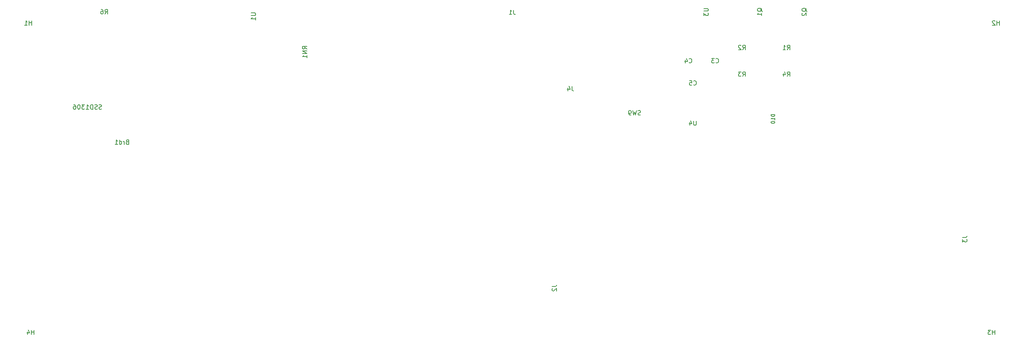
<source format=gbr>
%TF.GenerationSoftware,KiCad,Pcbnew,(6.0.11)*%
%TF.CreationDate,2023-10-28T11:12:53-04:00*%
%TF.ProjectId,front-panel.processor,66726f6e-742d-4706-916e-656c2e70726f,rev?*%
%TF.SameCoordinates,Original*%
%TF.FileFunction,Legend,Bot*%
%TF.FilePolarity,Positive*%
%FSLAX46Y46*%
G04 Gerber Fmt 4.6, Leading zero omitted, Abs format (unit mm)*
G04 Created by KiCad (PCBNEW (6.0.11)) date 2023-10-28 11:12:53*
%MOMM*%
%LPD*%
G01*
G04 APERTURE LIST*
%ADD10C,0.150000*%
%ADD11C,0.200000*%
G04 APERTURE END LIST*
D10*
%TO.C,J1*%
X152833333Y-154569880D02*
X152833333Y-155284166D01*
X152880952Y-155427023D01*
X152976190Y-155522261D01*
X153119047Y-155569880D01*
X153214285Y-155569880D01*
X151833333Y-155569880D02*
X152404761Y-155569880D01*
X152119047Y-155569880D02*
X152119047Y-154569880D01*
X152214285Y-154712738D01*
X152309523Y-154807976D01*
X152404761Y-154855595D01*
%TO.C,J2*%
X161452380Y-216666666D02*
X162166666Y-216666666D01*
X162309523Y-216619047D01*
X162404761Y-216523809D01*
X162452380Y-216380952D01*
X162452380Y-216285714D01*
X161547619Y-217095238D02*
X161500000Y-217142857D01*
X161452380Y-217238095D01*
X161452380Y-217476190D01*
X161500000Y-217571428D01*
X161547619Y-217619047D01*
X161642857Y-217666666D01*
X161738095Y-217666666D01*
X161880952Y-217619047D01*
X162452380Y-217047619D01*
X162452380Y-217666666D01*
%TO.C,H1*%
X44761904Y-157952380D02*
X44761904Y-156952380D01*
X44761904Y-157428571D02*
X44190476Y-157428571D01*
X44190476Y-157952380D02*
X44190476Y-156952380D01*
X43190476Y-157952380D02*
X43761904Y-157952380D01*
X43476190Y-157952380D02*
X43476190Y-156952380D01*
X43571428Y-157095238D01*
X43666666Y-157190476D01*
X43761904Y-157238095D01*
%TO.C,H2*%
X261761904Y-157952380D02*
X261761904Y-156952380D01*
X261761904Y-157428571D02*
X261190476Y-157428571D01*
X261190476Y-157952380D02*
X261190476Y-156952380D01*
X260761904Y-157047619D02*
X260714285Y-157000000D01*
X260619047Y-156952380D01*
X260380952Y-156952380D01*
X260285714Y-157000000D01*
X260238095Y-157047619D01*
X260190476Y-157142857D01*
X260190476Y-157238095D01*
X260238095Y-157380952D01*
X260809523Y-157952380D01*
X260190476Y-157952380D01*
%TO.C,H3*%
X260761904Y-227452380D02*
X260761904Y-226452380D01*
X260761904Y-226928571D02*
X260190476Y-226928571D01*
X260190476Y-227452380D02*
X260190476Y-226452380D01*
X259809523Y-226452380D02*
X259190476Y-226452380D01*
X259523809Y-226833333D01*
X259380952Y-226833333D01*
X259285714Y-226880952D01*
X259238095Y-226928571D01*
X259190476Y-227023809D01*
X259190476Y-227261904D01*
X259238095Y-227357142D01*
X259285714Y-227404761D01*
X259380952Y-227452380D01*
X259666666Y-227452380D01*
X259761904Y-227404761D01*
X259809523Y-227357142D01*
%TO.C,H4*%
X45261904Y-227452380D02*
X45261904Y-226452380D01*
X45261904Y-226928571D02*
X44690476Y-226928571D01*
X44690476Y-227452380D02*
X44690476Y-226452380D01*
X43785714Y-226785714D02*
X43785714Y-227452380D01*
X44023809Y-226404761D02*
X44261904Y-227119047D01*
X43642857Y-227119047D01*
%TO.C,R6*%
X61166666Y-155452380D02*
X61500000Y-154976190D01*
X61738095Y-155452380D02*
X61738095Y-154452380D01*
X61357142Y-154452380D01*
X61261904Y-154500000D01*
X61214285Y-154547619D01*
X61166666Y-154642857D01*
X61166666Y-154785714D01*
X61214285Y-154880952D01*
X61261904Y-154928571D01*
X61357142Y-154976190D01*
X61738095Y-154976190D01*
X60309523Y-154452380D02*
X60500000Y-154452380D01*
X60595238Y-154500000D01*
X60642857Y-154547619D01*
X60738095Y-154690476D01*
X60785714Y-154880952D01*
X60785714Y-155261904D01*
X60738095Y-155357142D01*
X60690476Y-155404761D01*
X60595238Y-155452380D01*
X60404761Y-155452380D01*
X60309523Y-155404761D01*
X60261904Y-155357142D01*
X60214285Y-155261904D01*
X60214285Y-155023809D01*
X60261904Y-154928571D01*
X60309523Y-154880952D01*
X60404761Y-154833333D01*
X60595238Y-154833333D01*
X60690476Y-154880952D01*
X60738095Y-154928571D01*
X60785714Y-155023809D01*
%TO.C,R3*%
X204166666Y-169452380D02*
X204500000Y-168976190D01*
X204738095Y-169452380D02*
X204738095Y-168452380D01*
X204357142Y-168452380D01*
X204261904Y-168500000D01*
X204214285Y-168547619D01*
X204166666Y-168642857D01*
X204166666Y-168785714D01*
X204214285Y-168880952D01*
X204261904Y-168928571D01*
X204357142Y-168976190D01*
X204738095Y-168976190D01*
X203833333Y-168452380D02*
X203214285Y-168452380D01*
X203547619Y-168833333D01*
X203404761Y-168833333D01*
X203309523Y-168880952D01*
X203261904Y-168928571D01*
X203214285Y-169023809D01*
X203214285Y-169261904D01*
X203261904Y-169357142D01*
X203309523Y-169404761D01*
X203404761Y-169452380D01*
X203690476Y-169452380D01*
X203785714Y-169404761D01*
X203833333Y-169357142D01*
%TO.C,SW9*%
X181273333Y-178114761D02*
X181130476Y-178162380D01*
X180892380Y-178162380D01*
X180797142Y-178114761D01*
X180749523Y-178067142D01*
X180701904Y-177971904D01*
X180701904Y-177876666D01*
X180749523Y-177781428D01*
X180797142Y-177733809D01*
X180892380Y-177686190D01*
X181082857Y-177638571D01*
X181178095Y-177590952D01*
X181225714Y-177543333D01*
X181273333Y-177448095D01*
X181273333Y-177352857D01*
X181225714Y-177257619D01*
X181178095Y-177210000D01*
X181082857Y-177162380D01*
X180844761Y-177162380D01*
X180701904Y-177210000D01*
X180368571Y-177162380D02*
X180130476Y-178162380D01*
X179940000Y-177448095D01*
X179749523Y-178162380D01*
X179511428Y-177162380D01*
X179082857Y-178162380D02*
X178892380Y-178162380D01*
X178797142Y-178114761D01*
X178749523Y-178067142D01*
X178654285Y-177924285D01*
X178606666Y-177733809D01*
X178606666Y-177352857D01*
X178654285Y-177257619D01*
X178701904Y-177210000D01*
X178797142Y-177162380D01*
X178987619Y-177162380D01*
X179082857Y-177210000D01*
X179130476Y-177257619D01*
X179178095Y-177352857D01*
X179178095Y-177590952D01*
X179130476Y-177686190D01*
X179082857Y-177733809D01*
X178987619Y-177781428D01*
X178797142Y-177781428D01*
X178701904Y-177733809D01*
X178654285Y-177686190D01*
X178606666Y-177590952D01*
%TO.C,R4*%
X214166666Y-169452380D02*
X214500000Y-168976190D01*
X214738095Y-169452380D02*
X214738095Y-168452380D01*
X214357142Y-168452380D01*
X214261904Y-168500000D01*
X214214285Y-168547619D01*
X214166666Y-168642857D01*
X214166666Y-168785714D01*
X214214285Y-168880952D01*
X214261904Y-168928571D01*
X214357142Y-168976190D01*
X214738095Y-168976190D01*
X213309523Y-168785714D02*
X213309523Y-169452380D01*
X213547619Y-168404761D02*
X213785714Y-169119047D01*
X213166666Y-169119047D01*
%TO.C,U1*%
X93957380Y-155228095D02*
X94766904Y-155228095D01*
X94862142Y-155275714D01*
X94909761Y-155323333D01*
X94957380Y-155418571D01*
X94957380Y-155609047D01*
X94909761Y-155704285D01*
X94862142Y-155751904D01*
X94766904Y-155799523D01*
X93957380Y-155799523D01*
X94957380Y-156799523D02*
X94957380Y-156228095D01*
X94957380Y-156513809D02*
X93957380Y-156513809D01*
X94100238Y-156418571D01*
X94195476Y-156323333D01*
X94243095Y-156228095D01*
%TO.C,Q2*%
X218547619Y-154904761D02*
X218500000Y-154809523D01*
X218404761Y-154714285D01*
X218261904Y-154571428D01*
X218214285Y-154476190D01*
X218214285Y-154380952D01*
X218452380Y-154428571D02*
X218404761Y-154333333D01*
X218309523Y-154238095D01*
X218119047Y-154190476D01*
X217785714Y-154190476D01*
X217595238Y-154238095D01*
X217500000Y-154333333D01*
X217452380Y-154428571D01*
X217452380Y-154619047D01*
X217500000Y-154714285D01*
X217595238Y-154809523D01*
X217785714Y-154857142D01*
X218119047Y-154857142D01*
X218309523Y-154809523D01*
X218404761Y-154714285D01*
X218452380Y-154619047D01*
X218452380Y-154428571D01*
X217547619Y-155238095D02*
X217500000Y-155285714D01*
X217452380Y-155380952D01*
X217452380Y-155619047D01*
X217500000Y-155714285D01*
X217547619Y-155761904D01*
X217642857Y-155809523D01*
X217738095Y-155809523D01*
X217880952Y-155761904D01*
X218452380Y-155190476D01*
X218452380Y-155809523D01*
%TO.C,Q1*%
X208547619Y-154904761D02*
X208500000Y-154809523D01*
X208404761Y-154714285D01*
X208261904Y-154571428D01*
X208214285Y-154476190D01*
X208214285Y-154380952D01*
X208452380Y-154428571D02*
X208404761Y-154333333D01*
X208309523Y-154238095D01*
X208119047Y-154190476D01*
X207785714Y-154190476D01*
X207595238Y-154238095D01*
X207500000Y-154333333D01*
X207452380Y-154428571D01*
X207452380Y-154619047D01*
X207500000Y-154714285D01*
X207595238Y-154809523D01*
X207785714Y-154857142D01*
X208119047Y-154857142D01*
X208309523Y-154809523D01*
X208404761Y-154714285D01*
X208452380Y-154619047D01*
X208452380Y-154428571D01*
X208452380Y-155809523D02*
X208452380Y-155238095D01*
X208452380Y-155523809D02*
X207452380Y-155523809D01*
X207595238Y-155428571D01*
X207690476Y-155333333D01*
X207738095Y-155238095D01*
%TO.C,J3*%
X253452380Y-205666666D02*
X254166666Y-205666666D01*
X254309523Y-205619047D01*
X254404761Y-205523809D01*
X254452380Y-205380952D01*
X254452380Y-205285714D01*
X253452380Y-206047619D02*
X253452380Y-206666666D01*
X253833333Y-206333333D01*
X253833333Y-206476190D01*
X253880952Y-206571428D01*
X253928571Y-206619047D01*
X254023809Y-206666666D01*
X254261904Y-206666666D01*
X254357142Y-206619047D01*
X254404761Y-206571428D01*
X254452380Y-206476190D01*
X254452380Y-206190476D01*
X254404761Y-206095238D01*
X254357142Y-206047619D01*
%TO.C,C5*%
X193166666Y-171357142D02*
X193214285Y-171404761D01*
X193357142Y-171452380D01*
X193452380Y-171452380D01*
X193595238Y-171404761D01*
X193690476Y-171309523D01*
X193738095Y-171214285D01*
X193785714Y-171023809D01*
X193785714Y-170880952D01*
X193738095Y-170690476D01*
X193690476Y-170595238D01*
X193595238Y-170500000D01*
X193452380Y-170452380D01*
X193357142Y-170452380D01*
X193214285Y-170500000D01*
X193166666Y-170547619D01*
X192261904Y-170452380D02*
X192738095Y-170452380D01*
X192785714Y-170928571D01*
X192738095Y-170880952D01*
X192642857Y-170833333D01*
X192404761Y-170833333D01*
X192309523Y-170880952D01*
X192261904Y-170928571D01*
X192214285Y-171023809D01*
X192214285Y-171261904D01*
X192261904Y-171357142D01*
X192309523Y-171404761D01*
X192404761Y-171452380D01*
X192642857Y-171452380D01*
X192738095Y-171404761D01*
X192785714Y-171357142D01*
%TO.C,C3*%
X198166666Y-166357142D02*
X198214285Y-166404761D01*
X198357142Y-166452380D01*
X198452380Y-166452380D01*
X198595238Y-166404761D01*
X198690476Y-166309523D01*
X198738095Y-166214285D01*
X198785714Y-166023809D01*
X198785714Y-165880952D01*
X198738095Y-165690476D01*
X198690476Y-165595238D01*
X198595238Y-165500000D01*
X198452380Y-165452380D01*
X198357142Y-165452380D01*
X198214285Y-165500000D01*
X198166666Y-165547619D01*
X197833333Y-165452380D02*
X197214285Y-165452380D01*
X197547619Y-165833333D01*
X197404761Y-165833333D01*
X197309523Y-165880952D01*
X197261904Y-165928571D01*
X197214285Y-166023809D01*
X197214285Y-166261904D01*
X197261904Y-166357142D01*
X197309523Y-166404761D01*
X197404761Y-166452380D01*
X197690476Y-166452380D01*
X197785714Y-166404761D01*
X197833333Y-166357142D01*
%TO.C,C4*%
X192166666Y-166357142D02*
X192214285Y-166404761D01*
X192357142Y-166452380D01*
X192452380Y-166452380D01*
X192595238Y-166404761D01*
X192690476Y-166309523D01*
X192738095Y-166214285D01*
X192785714Y-166023809D01*
X192785714Y-165880952D01*
X192738095Y-165690476D01*
X192690476Y-165595238D01*
X192595238Y-165500000D01*
X192452380Y-165452380D01*
X192357142Y-165452380D01*
X192214285Y-165500000D01*
X192166666Y-165547619D01*
X191309523Y-165785714D02*
X191309523Y-166452380D01*
X191547619Y-165404761D02*
X191785714Y-166119047D01*
X191166666Y-166119047D01*
%TO.C,J4*%
X165900833Y-171702380D02*
X165900833Y-172416666D01*
X165948452Y-172559523D01*
X166043690Y-172654761D01*
X166186547Y-172702380D01*
X166281785Y-172702380D01*
X164996071Y-172035714D02*
X164996071Y-172702380D01*
X165234166Y-171654761D02*
X165472261Y-172369047D01*
X164853214Y-172369047D01*
%TO.C,R1*%
X214166666Y-163452380D02*
X214500000Y-162976190D01*
X214738095Y-163452380D02*
X214738095Y-162452380D01*
X214357142Y-162452380D01*
X214261904Y-162500000D01*
X214214285Y-162547619D01*
X214166666Y-162642857D01*
X214166666Y-162785714D01*
X214214285Y-162880952D01*
X214261904Y-162928571D01*
X214357142Y-162976190D01*
X214738095Y-162976190D01*
X213214285Y-163452380D02*
X213785714Y-163452380D01*
X213500000Y-163452380D02*
X213500000Y-162452380D01*
X213595238Y-162595238D01*
X213690476Y-162690476D01*
X213785714Y-162738095D01*
%TO.C,RN1*%
X106452380Y-163309523D02*
X105976190Y-162976190D01*
X106452380Y-162738095D02*
X105452380Y-162738095D01*
X105452380Y-163119047D01*
X105500000Y-163214285D01*
X105547619Y-163261904D01*
X105642857Y-163309523D01*
X105785714Y-163309523D01*
X105880952Y-163261904D01*
X105928571Y-163214285D01*
X105976190Y-163119047D01*
X105976190Y-162738095D01*
X106452380Y-163738095D02*
X105452380Y-163738095D01*
X106452380Y-164309523D01*
X105452380Y-164309523D01*
X106452380Y-165309523D02*
X106452380Y-164738095D01*
X106452380Y-165023809D02*
X105452380Y-165023809D01*
X105595238Y-164928571D01*
X105690476Y-164833333D01*
X105738095Y-164738095D01*
D11*
%TO.C,D10*%
X211361904Y-178028571D02*
X210561904Y-178028571D01*
X210561904Y-178219047D01*
X210600000Y-178333333D01*
X210676190Y-178409523D01*
X210752380Y-178447619D01*
X210904761Y-178485714D01*
X211019047Y-178485714D01*
X211171428Y-178447619D01*
X211247619Y-178409523D01*
X211323809Y-178333333D01*
X211361904Y-178219047D01*
X211361904Y-178028571D01*
X211361904Y-179247619D02*
X211361904Y-178790476D01*
X211361904Y-179019047D02*
X210561904Y-179019047D01*
X210676190Y-178942857D01*
X210752380Y-178866666D01*
X210790476Y-178790476D01*
X210561904Y-179742857D02*
X210561904Y-179819047D01*
X210600000Y-179895238D01*
X210638095Y-179933333D01*
X210714285Y-179971428D01*
X210866666Y-180009523D01*
X211057142Y-180009523D01*
X211209523Y-179971428D01*
X211285714Y-179933333D01*
X211323809Y-179895238D01*
X211361904Y-179819047D01*
X211361904Y-179742857D01*
X211323809Y-179666666D01*
X211285714Y-179628571D01*
X211209523Y-179590476D01*
X211057142Y-179552380D01*
X210866666Y-179552380D01*
X210714285Y-179590476D01*
X210638095Y-179628571D01*
X210600000Y-179666666D01*
X210561904Y-179742857D01*
D10*
%TO.C,Brd1*%
X66166666Y-184182571D02*
X66023809Y-184230190D01*
X65976190Y-184277809D01*
X65928571Y-184373047D01*
X65928571Y-184515904D01*
X65976190Y-184611142D01*
X66023809Y-184658761D01*
X66119047Y-184706380D01*
X66500000Y-184706380D01*
X66500000Y-183706380D01*
X66166666Y-183706380D01*
X66071428Y-183754000D01*
X66023809Y-183801619D01*
X65976190Y-183896857D01*
X65976190Y-183992095D01*
X66023809Y-184087333D01*
X66071428Y-184134952D01*
X66166666Y-184182571D01*
X66500000Y-184182571D01*
X65500000Y-184706380D02*
X65500000Y-184039714D01*
X65500000Y-184230190D02*
X65452380Y-184134952D01*
X65404761Y-184087333D01*
X65309523Y-184039714D01*
X65214285Y-184039714D01*
X64452380Y-184706380D02*
X64452380Y-183706380D01*
X64452380Y-184658761D02*
X64547619Y-184706380D01*
X64738095Y-184706380D01*
X64833333Y-184658761D01*
X64880952Y-184611142D01*
X64928571Y-184515904D01*
X64928571Y-184230190D01*
X64880952Y-184134952D01*
X64833333Y-184087333D01*
X64738095Y-184039714D01*
X64547619Y-184039714D01*
X64452380Y-184087333D01*
X63452380Y-184706380D02*
X64023809Y-184706380D01*
X63738095Y-184706380D02*
X63738095Y-183706380D01*
X63833333Y-183849238D01*
X63928571Y-183944476D01*
X64023809Y-183992095D01*
X60419666Y-176784761D02*
X60276809Y-176832380D01*
X60038714Y-176832380D01*
X59943476Y-176784761D01*
X59895857Y-176737142D01*
X59848238Y-176641904D01*
X59848238Y-176546666D01*
X59895857Y-176451428D01*
X59943476Y-176403809D01*
X60038714Y-176356190D01*
X60229190Y-176308571D01*
X60324428Y-176260952D01*
X60372047Y-176213333D01*
X60419666Y-176118095D01*
X60419666Y-176022857D01*
X60372047Y-175927619D01*
X60324428Y-175880000D01*
X60229190Y-175832380D01*
X59991095Y-175832380D01*
X59848238Y-175880000D01*
X59467285Y-176784761D02*
X59324428Y-176832380D01*
X59086333Y-176832380D01*
X58991095Y-176784761D01*
X58943476Y-176737142D01*
X58895857Y-176641904D01*
X58895857Y-176546666D01*
X58943476Y-176451428D01*
X58991095Y-176403809D01*
X59086333Y-176356190D01*
X59276809Y-176308571D01*
X59372047Y-176260952D01*
X59419666Y-176213333D01*
X59467285Y-176118095D01*
X59467285Y-176022857D01*
X59419666Y-175927619D01*
X59372047Y-175880000D01*
X59276809Y-175832380D01*
X59038714Y-175832380D01*
X58895857Y-175880000D01*
X58467285Y-176832380D02*
X58467285Y-175832380D01*
X58229190Y-175832380D01*
X58086333Y-175880000D01*
X57991095Y-175975238D01*
X57943476Y-176070476D01*
X57895857Y-176260952D01*
X57895857Y-176403809D01*
X57943476Y-176594285D01*
X57991095Y-176689523D01*
X58086333Y-176784761D01*
X58229190Y-176832380D01*
X58467285Y-176832380D01*
X56943476Y-176832380D02*
X57514904Y-176832380D01*
X57229190Y-176832380D02*
X57229190Y-175832380D01*
X57324428Y-175975238D01*
X57419666Y-176070476D01*
X57514904Y-176118095D01*
X56610142Y-175832380D02*
X55991095Y-175832380D01*
X56324428Y-176213333D01*
X56181571Y-176213333D01*
X56086333Y-176260952D01*
X56038714Y-176308571D01*
X55991095Y-176403809D01*
X55991095Y-176641904D01*
X56038714Y-176737142D01*
X56086333Y-176784761D01*
X56181571Y-176832380D01*
X56467285Y-176832380D01*
X56562523Y-176784761D01*
X56610142Y-176737142D01*
X55372047Y-175832380D02*
X55276809Y-175832380D01*
X55181571Y-175880000D01*
X55133952Y-175927619D01*
X55086333Y-176022857D01*
X55038714Y-176213333D01*
X55038714Y-176451428D01*
X55086333Y-176641904D01*
X55133952Y-176737142D01*
X55181571Y-176784761D01*
X55276809Y-176832380D01*
X55372047Y-176832380D01*
X55467285Y-176784761D01*
X55514904Y-176737142D01*
X55562523Y-176641904D01*
X55610142Y-176451428D01*
X55610142Y-176213333D01*
X55562523Y-176022857D01*
X55514904Y-175927619D01*
X55467285Y-175880000D01*
X55372047Y-175832380D01*
X54181571Y-175832380D02*
X54372047Y-175832380D01*
X54467285Y-175880000D01*
X54514904Y-175927619D01*
X54610142Y-176070476D01*
X54657761Y-176260952D01*
X54657761Y-176641904D01*
X54610142Y-176737142D01*
X54562523Y-176784761D01*
X54467285Y-176832380D01*
X54276809Y-176832380D01*
X54181571Y-176784761D01*
X54133952Y-176737142D01*
X54086333Y-176641904D01*
X54086333Y-176403809D01*
X54133952Y-176308571D01*
X54181571Y-176260952D01*
X54276809Y-176213333D01*
X54467285Y-176213333D01*
X54562523Y-176260952D01*
X54610142Y-176308571D01*
X54657761Y-176403809D01*
%TO.C,U4*%
X193746666Y-179463333D02*
X193746666Y-180256666D01*
X193700000Y-180350000D01*
X193653333Y-180396666D01*
X193560000Y-180443333D01*
X193373333Y-180443333D01*
X193280000Y-180396666D01*
X193233333Y-180350000D01*
X193186666Y-180256666D01*
X193186666Y-179463333D01*
X192300000Y-179790000D02*
X192300000Y-180443333D01*
X192533333Y-179416666D02*
X192766666Y-180116666D01*
X192160000Y-180116666D01*
%TO.C,R2*%
X204166666Y-163452380D02*
X204500000Y-162976190D01*
X204738095Y-163452380D02*
X204738095Y-162452380D01*
X204357142Y-162452380D01*
X204261904Y-162500000D01*
X204214285Y-162547619D01*
X204166666Y-162642857D01*
X204166666Y-162785714D01*
X204214285Y-162880952D01*
X204261904Y-162928571D01*
X204357142Y-162976190D01*
X204738095Y-162976190D01*
X203785714Y-162547619D02*
X203738095Y-162500000D01*
X203642857Y-162452380D01*
X203404761Y-162452380D01*
X203309523Y-162500000D01*
X203261904Y-162547619D01*
X203214285Y-162642857D01*
X203214285Y-162738095D01*
X203261904Y-162880952D01*
X203833333Y-163452380D01*
X203214285Y-163452380D01*
%TO.C,U3*%
X195452380Y-154238095D02*
X196261904Y-154238095D01*
X196357142Y-154285714D01*
X196404761Y-154333333D01*
X196452380Y-154428571D01*
X196452380Y-154619047D01*
X196404761Y-154714285D01*
X196357142Y-154761904D01*
X196261904Y-154809523D01*
X195452380Y-154809523D01*
X195452380Y-155190476D02*
X195452380Y-155809523D01*
X195833333Y-155476190D01*
X195833333Y-155619047D01*
X195880952Y-155714285D01*
X195928571Y-155761904D01*
X196023809Y-155809523D01*
X196261904Y-155809523D01*
X196357142Y-155761904D01*
X196404761Y-155714285D01*
X196452380Y-155619047D01*
X196452380Y-155333333D01*
X196404761Y-155238095D01*
X196357142Y-155190476D01*
%TD*%
M02*

</source>
